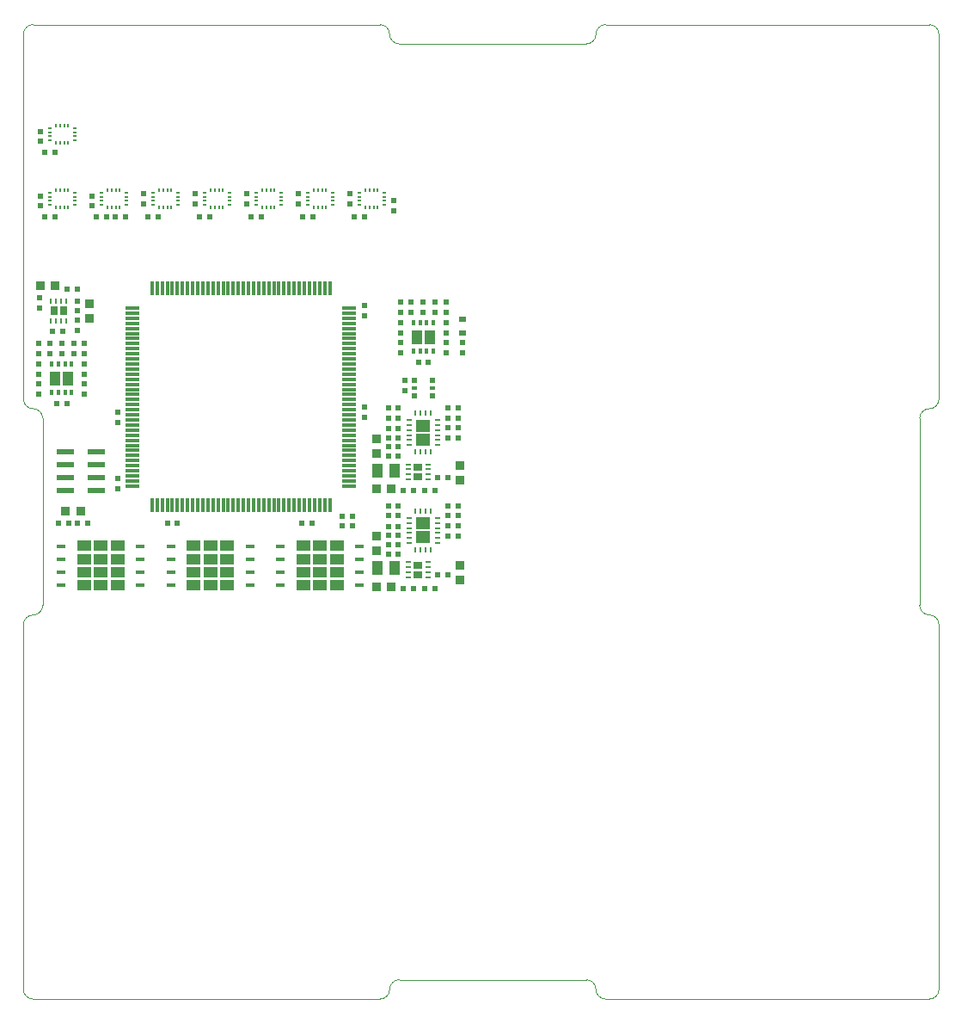
<source format=gbr>
G04 #@! TF.GenerationSoftware,KiCad,Pcbnew,(5.1.6)-1*
G04 #@! TF.CreationDate,2020-08-05T20:31:42+02:00*
G04 #@! TF.ProjectId,board_sierra,626f6172-645f-4736-9965-7272612e6b69,rev?*
G04 #@! TF.SameCoordinates,Original*
G04 #@! TF.FileFunction,Paste,Top*
G04 #@! TF.FilePolarity,Positive*
%FSLAX46Y46*%
G04 Gerber Fmt 4.6, Leading zero omitted, Abs format (unit mm)*
G04 Created by KiCad (PCBNEW (5.1.6)-1) date 2020-08-05 20:31:42*
%MOMM*%
%LPD*%
G01*
G04 APERTURE LIST*
G04 #@! TA.AperFunction,Profile*
%ADD10C,0.100000*%
G04 #@! TD*
%ADD11R,0.950000X0.950000*%
%ADD12R,0.500000X0.600000*%
%ADD13R,1.100000X1.400000*%
%ADD14R,0.300000X1.475000*%
%ADD15R,1.475000X0.300000*%
%ADD16R,1.470000X1.150000*%
%ADD17R,0.200000X0.600000*%
%ADD18R,0.600000X0.200000*%
%ADD19R,1.700000X0.600000*%
%ADD20R,0.600000X0.500000*%
%ADD21R,1.450000X1.075000*%
%ADD22R,0.950000X0.450000*%
%ADD23R,0.463000X0.225000*%
%ADD24R,0.225000X0.463000*%
%ADD25R,0.500000X0.250000*%
%ADD26R,0.900000X0.700000*%
%ADD27R,0.700000X0.600000*%
%ADD28R,0.300000X0.600000*%
%ADD29R,1.070000X1.470000*%
%ADD30R,0.700000X0.900000*%
%ADD31R,0.250000X0.500000*%
%ADD32R,0.600000X0.600000*%
%ADD33R,0.600000X0.400000*%
G04 APERTURE END LIST*
D10*
X137985500Y-43180000D02*
G75*
G03*
X138938000Y-42227500I0J952500D01*
G01*
X119570500Y-43180000D02*
X137985500Y-43180000D01*
X139890500Y-41275000D02*
X171767500Y-41275000D01*
X118618000Y-42227500D02*
G75*
G03*
X117665500Y-41275000I-952500J0D01*
G01*
X118618000Y-42227500D02*
G75*
G03*
X119570500Y-43180000I952500J0D01*
G01*
X83502500Y-41275000D02*
X117665500Y-41275000D01*
X139890500Y-41275000D02*
G75*
G03*
X138938000Y-42227500I0J-952500D01*
G01*
X139890500Y-137160000D02*
X171767500Y-137160000D01*
X119570500Y-135255000D02*
X137985500Y-135255000D01*
X83502500Y-137160000D02*
X117665500Y-137160000D01*
X139890500Y-137160000D02*
G75*
G02*
X138938000Y-136207500I0J952500D01*
G01*
X137985500Y-135255000D02*
G75*
G02*
X138938000Y-136207500I0J-952500D01*
G01*
X118618000Y-136207500D02*
G75*
G02*
X119570500Y-135255000I952500J0D01*
G01*
X118618000Y-136207500D02*
G75*
G02*
X117665500Y-137160000I-952500J0D01*
G01*
X171767500Y-79070200D02*
G75*
G03*
X170815000Y-80022700I0J-952500D01*
G01*
X172720000Y-42227500D02*
X172720000Y-78117700D01*
X170815000Y-80022700D02*
X170815000Y-98412300D01*
X172720000Y-100317300D02*
X172720000Y-136207500D01*
X170815000Y-98412300D02*
G75*
G03*
X171767500Y-99364800I952500J0D01*
G01*
X172720000Y-100317300D02*
G75*
G03*
X171767500Y-99364800I-952500J0D01*
G01*
X171767500Y-79070200D02*
G75*
G03*
X172720000Y-78117700I0J952500D01*
G01*
X172720000Y-136207500D02*
G75*
G02*
X171767500Y-137160000I-952500J0D01*
G01*
X171767500Y-41275000D02*
G75*
G02*
X172720000Y-42227500I0J-952500D01*
G01*
X82550000Y-100317300D02*
X82550000Y-136207500D01*
X82550000Y-42227500D02*
X82550000Y-78117700D01*
X82550000Y-42227500D02*
G75*
G02*
X83502500Y-41275000I952500J0D01*
G01*
X84455000Y-80022700D02*
X84455000Y-98412300D01*
X83502500Y-79070200D02*
G75*
G02*
X82550000Y-78117700I0J952500D01*
G01*
X83502500Y-79070200D02*
G75*
G02*
X84455000Y-80022700I0J-952500D01*
G01*
X84455000Y-98412300D02*
G75*
G02*
X83502500Y-99364800I-952500J0D01*
G01*
X82550000Y-100317300D02*
G75*
G02*
X83502500Y-99364800I952500J0D01*
G01*
X83502500Y-137160000D02*
G75*
G02*
X82550000Y-136207500I0J952500D01*
G01*
D11*
X86715000Y-89150000D03*
X88165000Y-89150000D03*
X117290000Y-93085000D03*
X117290000Y-91635000D03*
X117290000Y-83455000D03*
X117290000Y-82005000D03*
X117340000Y-96570000D03*
X118790000Y-96570000D03*
X117345000Y-86930000D03*
X118795000Y-86930000D03*
X85700000Y-66990000D03*
X84250000Y-66990000D03*
X89070000Y-68725000D03*
X89070000Y-70175000D03*
D12*
X118470000Y-83730000D03*
X119470000Y-83730000D03*
D13*
X119125000Y-94760000D03*
X117375000Y-94760000D03*
X119125000Y-85130000D03*
X117375000Y-85130000D03*
D14*
X95216000Y-88584500D03*
X95716000Y-88584500D03*
X96216000Y-88584500D03*
X96716000Y-88584500D03*
X97216000Y-88584500D03*
X97716000Y-88584500D03*
X98216000Y-88584500D03*
X98716000Y-88584500D03*
X99216000Y-88584500D03*
X99716000Y-88584500D03*
X100216000Y-88584500D03*
X100716000Y-88584500D03*
X101216000Y-88584500D03*
X101716000Y-88584500D03*
X102216000Y-88584500D03*
X102716000Y-88584500D03*
X103216000Y-88584500D03*
X103716000Y-88584500D03*
X104216000Y-88584500D03*
X104716000Y-88584500D03*
X105216000Y-88584500D03*
X105716000Y-88584500D03*
X106216000Y-88584500D03*
X106716000Y-88584500D03*
X107216000Y-88584500D03*
X107716000Y-88584500D03*
X108216000Y-88584500D03*
X108716000Y-88584500D03*
X109216000Y-88584500D03*
X109716000Y-88584500D03*
X110216000Y-88584500D03*
X110716000Y-88584500D03*
X111216000Y-88584500D03*
X111716000Y-88584500D03*
X112216000Y-88584500D03*
X112716000Y-88584500D03*
D15*
X114628500Y-86672000D03*
X114628500Y-86172000D03*
X114628500Y-85672000D03*
X114628500Y-85172000D03*
X114628500Y-84672000D03*
X114628500Y-84172000D03*
X114628500Y-83672000D03*
X114628500Y-83172000D03*
X114628500Y-82672000D03*
X114628500Y-82172000D03*
X114628500Y-81672000D03*
X114628500Y-81172000D03*
X114628500Y-80672000D03*
X114628500Y-80172000D03*
X114628500Y-79672000D03*
X114628500Y-79172000D03*
X114628500Y-78672000D03*
X114628500Y-78172000D03*
X114628500Y-77672000D03*
X114628500Y-77172000D03*
X114628500Y-76672000D03*
X114628500Y-76172000D03*
X114628500Y-75672000D03*
X114628500Y-75172000D03*
X114628500Y-74672000D03*
X114628500Y-74172000D03*
X114628500Y-73672000D03*
X114628500Y-73172000D03*
X114628500Y-72672000D03*
X114628500Y-72172000D03*
X114628500Y-71672000D03*
X114628500Y-71172000D03*
X114628500Y-70672000D03*
X114628500Y-70172000D03*
X114628500Y-69672000D03*
X114628500Y-69172000D03*
D14*
X112716000Y-67259500D03*
X112216000Y-67259500D03*
X111716000Y-67259500D03*
X111216000Y-67259500D03*
X110716000Y-67259500D03*
X110216000Y-67259500D03*
X109716000Y-67259500D03*
X109216000Y-67259500D03*
X108716000Y-67259500D03*
X108216000Y-67259500D03*
X107716000Y-67259500D03*
X107216000Y-67259500D03*
X106716000Y-67259500D03*
X106216000Y-67259500D03*
X105716000Y-67259500D03*
X105216000Y-67259500D03*
X104716000Y-67259500D03*
X104216000Y-67259500D03*
X103716000Y-67259500D03*
X103216000Y-67259500D03*
X102716000Y-67259500D03*
X102216000Y-67259500D03*
X101716000Y-67259500D03*
X101216000Y-67259500D03*
X100716000Y-67259500D03*
X100216000Y-67259500D03*
X99716000Y-67259500D03*
X99216000Y-67259500D03*
X98716000Y-67259500D03*
X98216000Y-67259500D03*
X97716000Y-67259500D03*
X97216000Y-67259500D03*
X96716000Y-67259500D03*
X96216000Y-67259500D03*
X95716000Y-67259500D03*
X95216000Y-67259500D03*
D15*
X93303500Y-69172000D03*
X93303500Y-69672000D03*
X93303500Y-70172000D03*
X93303500Y-70672000D03*
X93303500Y-71172000D03*
X93303500Y-71672000D03*
X93303500Y-72172000D03*
X93303500Y-72672000D03*
X93303500Y-73172000D03*
X93303500Y-73672000D03*
X93303500Y-74172000D03*
X93303500Y-74672000D03*
X93303500Y-75172000D03*
X93303500Y-75672000D03*
X93303500Y-76172000D03*
X93303500Y-76672000D03*
X93303500Y-77172000D03*
X93303500Y-77672000D03*
X93303500Y-78172000D03*
X93303500Y-78672000D03*
X93303500Y-79172000D03*
X93303500Y-79672000D03*
X93303500Y-80172000D03*
X93303500Y-80672000D03*
X93303500Y-81172000D03*
X93303500Y-81672000D03*
X93303500Y-82172000D03*
X93303500Y-82672000D03*
X93303500Y-83172000D03*
X93303500Y-83672000D03*
X93303500Y-84172000D03*
X93303500Y-84672000D03*
X93303500Y-85172000D03*
X93303500Y-85672000D03*
X93303500Y-86172000D03*
X93303500Y-86672000D03*
D16*
X121920000Y-91725000D03*
X121920000Y-90375000D03*
D17*
X121170000Y-89150000D03*
X121670000Y-89150000D03*
X122170000Y-89150000D03*
X122670000Y-89150000D03*
D18*
X123320000Y-89800000D03*
X123320000Y-90300000D03*
X123320000Y-90800000D03*
X123320000Y-91300000D03*
X123320000Y-91800000D03*
X123320000Y-92300000D03*
D17*
X122670000Y-92950000D03*
X122170000Y-92950000D03*
X121670000Y-92950000D03*
X121170000Y-92950000D03*
D18*
X120520000Y-92300000D03*
X120520000Y-91800000D03*
X120520000Y-91300000D03*
X120520000Y-90800000D03*
X120520000Y-90300000D03*
X120520000Y-89800000D03*
D11*
X125500000Y-95900000D03*
X125500000Y-94450000D03*
X125500000Y-86135000D03*
X125500000Y-84685000D03*
D19*
X89715000Y-87075000D03*
X86665000Y-87075000D03*
X89715000Y-85805000D03*
X86665000Y-85805000D03*
X89715000Y-84535000D03*
X86665000Y-84535000D03*
X89715000Y-83265000D03*
X86665000Y-83265000D03*
D12*
X113920000Y-90630000D03*
X114920000Y-90630000D03*
D20*
X86320000Y-73630000D03*
X86320000Y-72630000D03*
X91810000Y-79420000D03*
X91810000Y-80420000D03*
X91810000Y-85920000D03*
X91810000Y-86920000D03*
D12*
X109960000Y-90340000D03*
X110960000Y-90340000D03*
D21*
X91820000Y-96400500D03*
X90170000Y-96400500D03*
X88520000Y-96400500D03*
X91820000Y-95125500D03*
X90170000Y-95125500D03*
X88520000Y-95125500D03*
X91820000Y-93850500D03*
X90170000Y-93850500D03*
X88520000Y-93850500D03*
X91820000Y-92575500D03*
X90170000Y-92575500D03*
D22*
X86270000Y-92583000D03*
X86270000Y-93853000D03*
X86270000Y-95123000D03*
X86270000Y-96393000D03*
X94070000Y-96393000D03*
X94070000Y-95123000D03*
X94070000Y-93853000D03*
X94070000Y-92583000D03*
D21*
X88520000Y-92575500D03*
D12*
X118470000Y-92460000D03*
X119470000Y-92460000D03*
D20*
X84210000Y-52770000D03*
X84210000Y-51770000D03*
D12*
X84640000Y-53820000D03*
X85640000Y-53820000D03*
D23*
X87578500Y-51470000D03*
X87578500Y-51870000D03*
X87578500Y-52270000D03*
X87578500Y-52670000D03*
D24*
X86960000Y-52888500D03*
X86560000Y-52888500D03*
X86160000Y-52888500D03*
X85760000Y-52888500D03*
D23*
X85141500Y-52670000D03*
X85141500Y-52270000D03*
X85141500Y-51870000D03*
X85141500Y-51470000D03*
D24*
X85760000Y-51251500D03*
X86160000Y-51251500D03*
X86560000Y-51251500D03*
X86960000Y-51251500D03*
D23*
X107898500Y-57820000D03*
X107898500Y-58220000D03*
X107898500Y-58620000D03*
X107898500Y-59020000D03*
D24*
X107280000Y-59238500D03*
X106880000Y-59238500D03*
X106480000Y-59238500D03*
X106080000Y-59238500D03*
D23*
X105461500Y-59020000D03*
X105461500Y-58620000D03*
X105461500Y-58220000D03*
X105461500Y-57820000D03*
D24*
X106080000Y-57601500D03*
X106480000Y-57601500D03*
X106880000Y-57601500D03*
X107280000Y-57601500D03*
D20*
X114690000Y-58920000D03*
X114690000Y-57920000D03*
D12*
X92620000Y-60170000D03*
X91620000Y-60170000D03*
X89720000Y-60170000D03*
X90720000Y-60170000D03*
X110040000Y-60170000D03*
X111040000Y-60170000D03*
D23*
X97738500Y-57820000D03*
X97738500Y-58220000D03*
X97738500Y-58620000D03*
X97738500Y-59020000D03*
D24*
X97120000Y-59238500D03*
X96720000Y-59238500D03*
X96320000Y-59238500D03*
X95920000Y-59238500D03*
D23*
X95301500Y-59020000D03*
X95301500Y-58620000D03*
X95301500Y-58220000D03*
X95301500Y-57820000D03*
D24*
X95920000Y-57601500D03*
X96320000Y-57601500D03*
X96720000Y-57601500D03*
X97120000Y-57601500D03*
D20*
X94370000Y-58920000D03*
X94370000Y-57920000D03*
D12*
X94810000Y-60170000D03*
X95810000Y-60170000D03*
D20*
X99450000Y-58920000D03*
X99450000Y-57920000D03*
D12*
X99880000Y-60170000D03*
X100880000Y-60170000D03*
D20*
X119690000Y-73570000D03*
X119690000Y-72570000D03*
X124190000Y-73570000D03*
X124190000Y-72570000D03*
X84070000Y-77630000D03*
X84070000Y-76630000D03*
X88570000Y-76630000D03*
X88570000Y-77630000D03*
D16*
X121920000Y-82085000D03*
X121920000Y-80735000D03*
D17*
X121170000Y-79510000D03*
X121670000Y-79510000D03*
X122170000Y-79510000D03*
X122670000Y-79510000D03*
D18*
X123320000Y-80160000D03*
X123320000Y-80660000D03*
X123320000Y-81160000D03*
X123320000Y-81660000D03*
X123320000Y-82160000D03*
X123320000Y-82660000D03*
D17*
X122670000Y-83310000D03*
X122170000Y-83310000D03*
X121670000Y-83310000D03*
X121170000Y-83310000D03*
D18*
X120520000Y-82660000D03*
X120520000Y-82160000D03*
X120520000Y-81660000D03*
X120520000Y-81160000D03*
X120520000Y-80660000D03*
X120520000Y-80160000D03*
D25*
X122370000Y-84540000D03*
X122370000Y-85040000D03*
X122370000Y-85540000D03*
X122370000Y-86040000D03*
X120470000Y-86040000D03*
X120470000Y-85540000D03*
X120470000Y-85040000D03*
X120470000Y-84540000D03*
D26*
X121420000Y-85740000D03*
X121420000Y-84840000D03*
D21*
X113410000Y-96400500D03*
X111760000Y-96400500D03*
X110110000Y-96400500D03*
X113410000Y-95125500D03*
X111760000Y-95125500D03*
X110110000Y-95125500D03*
X113410000Y-93850500D03*
X111760000Y-93850500D03*
X110110000Y-93850500D03*
X113410000Y-92575500D03*
X111760000Y-92575500D03*
D22*
X107860000Y-92583000D03*
X107860000Y-93853000D03*
X107860000Y-95123000D03*
X107860000Y-96393000D03*
X115660000Y-96393000D03*
X115660000Y-95123000D03*
X115660000Y-93853000D03*
X115660000Y-92583000D03*
D21*
X110110000Y-92575500D03*
X102615000Y-96400500D03*
X100965000Y-96400500D03*
X99315000Y-96400500D03*
X102615000Y-95125500D03*
X100965000Y-95125500D03*
X99315000Y-95125500D03*
X102615000Y-93850500D03*
X100965000Y-93850500D03*
X99315000Y-93850500D03*
X102615000Y-92575500D03*
X100965000Y-92575500D03*
D22*
X97065000Y-92583000D03*
X97065000Y-93853000D03*
X97065000Y-95123000D03*
X97065000Y-96393000D03*
X104865000Y-96393000D03*
X104865000Y-95123000D03*
X104865000Y-93853000D03*
X104865000Y-92583000D03*
D21*
X99315000Y-92575500D03*
D12*
X87890000Y-90330000D03*
X88890000Y-90330000D03*
X86990000Y-90330000D03*
X85990000Y-90330000D03*
D20*
X125820000Y-72570000D03*
X125820000Y-73570000D03*
D12*
X118470000Y-82830000D03*
X119470000Y-82830000D03*
X119470000Y-89600000D03*
X118470000Y-89600000D03*
X124370000Y-88650000D03*
X125370000Y-88650000D03*
D20*
X84130000Y-69170000D03*
X84130000Y-68170000D03*
X87850000Y-69450000D03*
X87850000Y-68450000D03*
D27*
X125810000Y-70230000D03*
X125810000Y-71630000D03*
D12*
X118470000Y-93360000D03*
X119470000Y-93360000D03*
X119970000Y-96750000D03*
X120970000Y-96750000D03*
X119970000Y-87110000D03*
X120970000Y-87110000D03*
X87880000Y-67310000D03*
X86880000Y-67310000D03*
D20*
X87850000Y-71350000D03*
X87850000Y-70350000D03*
D12*
X123320000Y-95450000D03*
X124320000Y-95450000D03*
X123320000Y-85820000D03*
X124320000Y-85820000D03*
X122050000Y-96750000D03*
X123050000Y-96750000D03*
X122050000Y-87110000D03*
X123050000Y-87110000D03*
X119470000Y-88650000D03*
X118470000Y-88650000D03*
X119470000Y-79020000D03*
X118470000Y-79020000D03*
D28*
X120965000Y-73420000D03*
X121615000Y-73420000D03*
X122265000Y-73420000D03*
X122915000Y-73420000D03*
X122915000Y-70620000D03*
X122265000Y-70620000D03*
X121615000Y-70620000D03*
X120965000Y-70620000D03*
D29*
X121305000Y-72020000D03*
X122575000Y-72020000D03*
D28*
X85345000Y-77480000D03*
X85995000Y-77480000D03*
X86645000Y-77480000D03*
X87295000Y-77480000D03*
X87295000Y-74680000D03*
X86645000Y-74680000D03*
X85995000Y-74680000D03*
X85345000Y-74680000D03*
D29*
X85685000Y-76080000D03*
X86955000Y-76080000D03*
D20*
X123120000Y-68570000D03*
X123120000Y-69570000D03*
X87500000Y-72630000D03*
X87500000Y-73630000D03*
X120750000Y-68570000D03*
X120750000Y-69570000D03*
X85130000Y-72630000D03*
X85130000Y-73630000D03*
X119690000Y-71620000D03*
X119690000Y-70620000D03*
X84070000Y-75680000D03*
X84070000Y-74680000D03*
D12*
X85390000Y-71460000D03*
X86390000Y-71460000D03*
D20*
X104530000Y-58920000D03*
X104530000Y-57920000D03*
X120120000Y-77270000D03*
X120120000Y-76270000D03*
X109610000Y-58920000D03*
X109610000Y-57920000D03*
X89290000Y-58120000D03*
X89290000Y-59120000D03*
D12*
X118470000Y-90660000D03*
X119470000Y-90660000D03*
X118470000Y-91560000D03*
X119470000Y-91560000D03*
X118470000Y-81030000D03*
X119470000Y-81030000D03*
X118470000Y-81930000D03*
X119470000Y-81930000D03*
X119470000Y-79970000D03*
X118470000Y-79970000D03*
X124370000Y-79020000D03*
X125370000Y-79020000D03*
X125370000Y-89600000D03*
X124370000Y-89600000D03*
X124370000Y-90550000D03*
X125370000Y-90550000D03*
X125370000Y-91610000D03*
X124370000Y-91610000D03*
X125370000Y-79970000D03*
X124370000Y-79970000D03*
X124370000Y-80920000D03*
X125370000Y-80920000D03*
X125370000Y-81980000D03*
X124370000Y-81980000D03*
D20*
X84210000Y-59120000D03*
X84210000Y-58120000D03*
X118990000Y-59620000D03*
X118990000Y-58620000D03*
D30*
X85570000Y-69450000D03*
X86470000Y-69450000D03*
D31*
X85270000Y-70400000D03*
X85770000Y-70400000D03*
X86270000Y-70400000D03*
X86770000Y-70400000D03*
X86770000Y-68500000D03*
X86270000Y-68500000D03*
X85770000Y-68500000D03*
X85270000Y-68500000D03*
D25*
X122370000Y-94180000D03*
X122370000Y-94680000D03*
X122370000Y-95180000D03*
X122370000Y-95680000D03*
X120470000Y-95680000D03*
X120470000Y-95180000D03*
X120470000Y-94680000D03*
X120470000Y-94180000D03*
D26*
X121420000Y-95380000D03*
X121420000Y-94480000D03*
D32*
X121020000Y-77770000D03*
D33*
X121020000Y-77020000D03*
D32*
X121020000Y-76270000D03*
X122820000Y-76270000D03*
D33*
X122820000Y-77020000D03*
D32*
X122820000Y-77770000D03*
D12*
X113920000Y-89680000D03*
X114920000Y-89680000D03*
D20*
X124190000Y-68570000D03*
X124190000Y-69570000D03*
X88570000Y-72620000D03*
X88570000Y-73620000D03*
X119690000Y-68570000D03*
X119690000Y-69570000D03*
X84070000Y-72630000D03*
X84070000Y-73630000D03*
X121940000Y-69570000D03*
X121940000Y-68570000D03*
D12*
X121440000Y-74480000D03*
X122440000Y-74480000D03*
X85820000Y-78530000D03*
X86820000Y-78530000D03*
D20*
X124190000Y-71620000D03*
X124190000Y-70620000D03*
X88570000Y-75680000D03*
X88570000Y-74680000D03*
D12*
X104970000Y-60170000D03*
X105970000Y-60170000D03*
X84640000Y-60170000D03*
X85640000Y-60170000D03*
X115130000Y-60170000D03*
X116130000Y-60170000D03*
X96720000Y-90340000D03*
X97720000Y-90340000D03*
D20*
X116110000Y-79920000D03*
X116110000Y-78920000D03*
X116120000Y-69920000D03*
X116120000Y-68920000D03*
D23*
X112978500Y-57820000D03*
X112978500Y-58220000D03*
X112978500Y-58620000D03*
X112978500Y-59020000D03*
D24*
X112360000Y-59238500D03*
X111960000Y-59238500D03*
X111560000Y-59238500D03*
X111160000Y-59238500D03*
D23*
X110541500Y-59020000D03*
X110541500Y-58620000D03*
X110541500Y-58220000D03*
X110541500Y-57820000D03*
D24*
X111160000Y-57601500D03*
X111560000Y-57601500D03*
X111960000Y-57601500D03*
X112360000Y-57601500D03*
D23*
X92658500Y-57820000D03*
X92658500Y-58220000D03*
X92658500Y-58620000D03*
X92658500Y-59020000D03*
D24*
X92040000Y-59238500D03*
X91640000Y-59238500D03*
X91240000Y-59238500D03*
X90840000Y-59238500D03*
D23*
X90221500Y-59020000D03*
X90221500Y-58620000D03*
X90221500Y-58220000D03*
X90221500Y-57820000D03*
D24*
X90840000Y-57601500D03*
X91240000Y-57601500D03*
X91640000Y-57601500D03*
X92040000Y-57601500D03*
D23*
X102818500Y-57820000D03*
X102818500Y-58220000D03*
X102818500Y-58620000D03*
X102818500Y-59020000D03*
D24*
X102200000Y-59238500D03*
X101800000Y-59238500D03*
X101400000Y-59238500D03*
X101000000Y-59238500D03*
D23*
X100381500Y-59020000D03*
X100381500Y-58620000D03*
X100381500Y-58220000D03*
X100381500Y-57820000D03*
D24*
X101000000Y-57601500D03*
X101400000Y-57601500D03*
X101800000Y-57601500D03*
X102200000Y-57601500D03*
D23*
X87578500Y-57820000D03*
X87578500Y-58220000D03*
X87578500Y-58620000D03*
X87578500Y-59020000D03*
D24*
X86960000Y-59238500D03*
X86560000Y-59238500D03*
X86160000Y-59238500D03*
X85760000Y-59238500D03*
D23*
X85141500Y-59020000D03*
X85141500Y-58620000D03*
X85141500Y-58220000D03*
X85141500Y-57820000D03*
D24*
X85760000Y-57601500D03*
X86160000Y-57601500D03*
X86560000Y-57601500D03*
X86960000Y-57601500D03*
D23*
X118058500Y-57820000D03*
X118058500Y-58220000D03*
X118058500Y-58620000D03*
X118058500Y-59020000D03*
D24*
X117440000Y-59238500D03*
X117040000Y-59238500D03*
X116640000Y-59238500D03*
X116240000Y-59238500D03*
D23*
X115621500Y-59020000D03*
X115621500Y-58620000D03*
X115621500Y-58220000D03*
X115621500Y-57820000D03*
D24*
X116240000Y-57601500D03*
X116640000Y-57601500D03*
X117040000Y-57601500D03*
X117440000Y-57601500D03*
M02*

</source>
